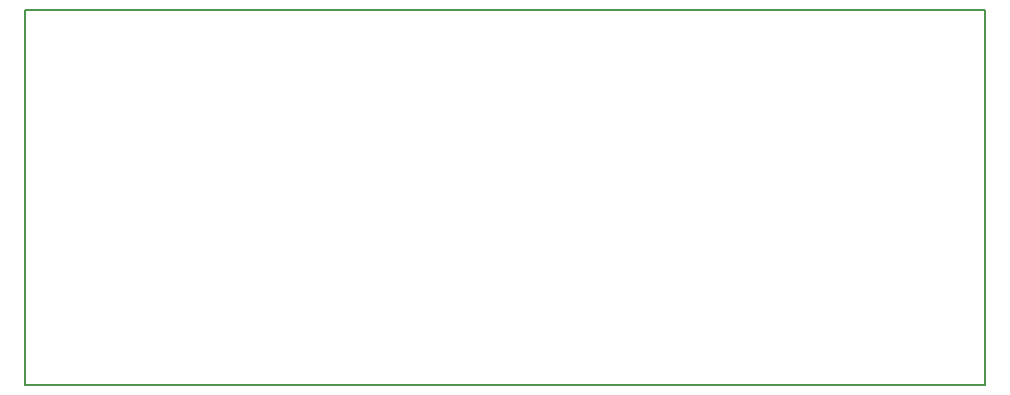
<source format=gbr>
G04 #@! TF.FileFunction,Profile,NP*
%FSLAX46Y46*%
G04 Gerber Fmt 4.6, Leading zero omitted, Abs format (unit mm)*
G04 Created by KiCad (PCBNEW 4.0.2+dfsg1-stable) date Wed 17 Oct 2018 17:21:07 BST*
%MOMM*%
G01*
G04 APERTURE LIST*
%ADD10C,0.100000*%
%ADD11C,0.150000*%
G04 APERTURE END LIST*
D10*
D11*
X187960000Y-111760000D02*
X187960000Y-80010000D01*
X106680000Y-111760000D02*
X187960000Y-111760000D01*
X106680000Y-80010000D02*
X106680000Y-111760000D01*
X187960000Y-80010000D02*
X106680000Y-80010000D01*
M02*

</source>
